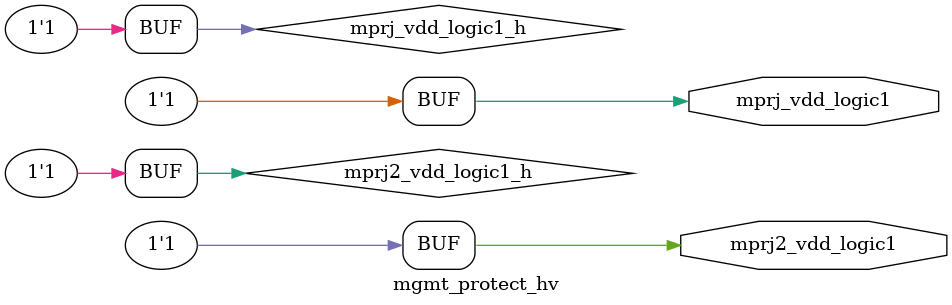
<source format=v>

`define FPGA

`ifndef FPGA
`default_nettype none
`else
`default_nettype wire
`endif 
/*----------------------------------------------------------------------*/
/* mgmt_protect_hv:							*/
/*									*/
/* High voltage (3.3V) part of the mgmt_protect module.  Split out into	*/
/* a separate module and file so that the synthesis tools can handle it	*/
/* separately from the rest, since it uses a different standard cell	*/
/* library.  See the file mgmt_protect.v for a full description of the	*/
/* whole management protection method.					*/
/*----------------------------------------------------------------------*/

module mgmt_protect_hv (
`ifdef USE_POWER_PINS
    inout	vccd,
    inout	vssd,
    inout	vdda1,
    inout	vssa1,
    inout	vdda2,
    inout	vssa2,
`endif

    output	mprj_vdd_logic1,
    output	mprj2_vdd_logic1

);

    wire mprj_vdd_logic1_h;
    wire mprj2_vdd_logic1_h;

`ifdef USE_POWER_PINS
    // This is to emulate the substrate shorting grounds together for LVS
    // purposes
    assign vssa2 = vssa1;
    assign vssa1 = vssd;
`endif

    // Logic high in the VDDA (3.3V) domains

`ifndef FPGA
    sky130_fd_sc_hvl__conb_1 mprj_logic_high_hvl (
`ifdef USE_POWER_PINS
        .VPWR(vdda1),
        .VGND(vssa1),
        .VPB(vdda1),
        .VNB(vssa1),
`endif
        .HI(mprj_vdd_logic1_h),
        .LO()
    );
`else
 assign mprj_vdd_logic1_h = 1'b1;
`endif

`ifndef FPGA
    sky130_fd_sc_hvl__conb_1 mprj2_logic_high_hvl (
`ifdef USE_POWER_PINS
        .VPWR(vdda2),
        .VGND(vssa2),
        .VPB(vdda2),
        .VNB(vssa2),
`endif
        .HI(mprj2_vdd_logic1_h),
        .LO()
    );
`else
    assign mprj2_vdd_logic1_h = 1'b1;
`endif

    // Level shift the logic high signals into the 1.8V domain

`ifndef FPGA
    sky130_fd_sc_hvl__lsbufhv2lv_1 mprj_logic_high_lv (
`ifdef USE_POWER_PINS
	.VPWR(vdda1),
	.VGND(vssd),
	.LVPWR(vccd),
	.VPB(vdda1),
	.VNB(vssd),
`endif
	.X(mprj_vdd_logic1),
	.A(mprj_vdd_logic1_h)
    );

`else
    assign mprj_vdd_logic1 = mprj_vdd_logic1_h;
`endif

`ifndef FPGA
    sky130_fd_sc_hvl__lsbufhv2lv_1 mprj2_logic_high_lv (
`ifdef USE_POWER_PINS
	.VPWR(vdda2),
	.VGND(vssd),
	.LVPWR(vccd),
	.VPB(vdda2),
	.VNB(vssd),
`endif
	.X(mprj2_vdd_logic1),
	.A(mprj2_vdd_logic1_h)
    );
`else 
    assign mprj2_vdd_logic1 = mprj2_vdd_logic1_h;
`endif
endmodule

`default_nettype wire

</source>
